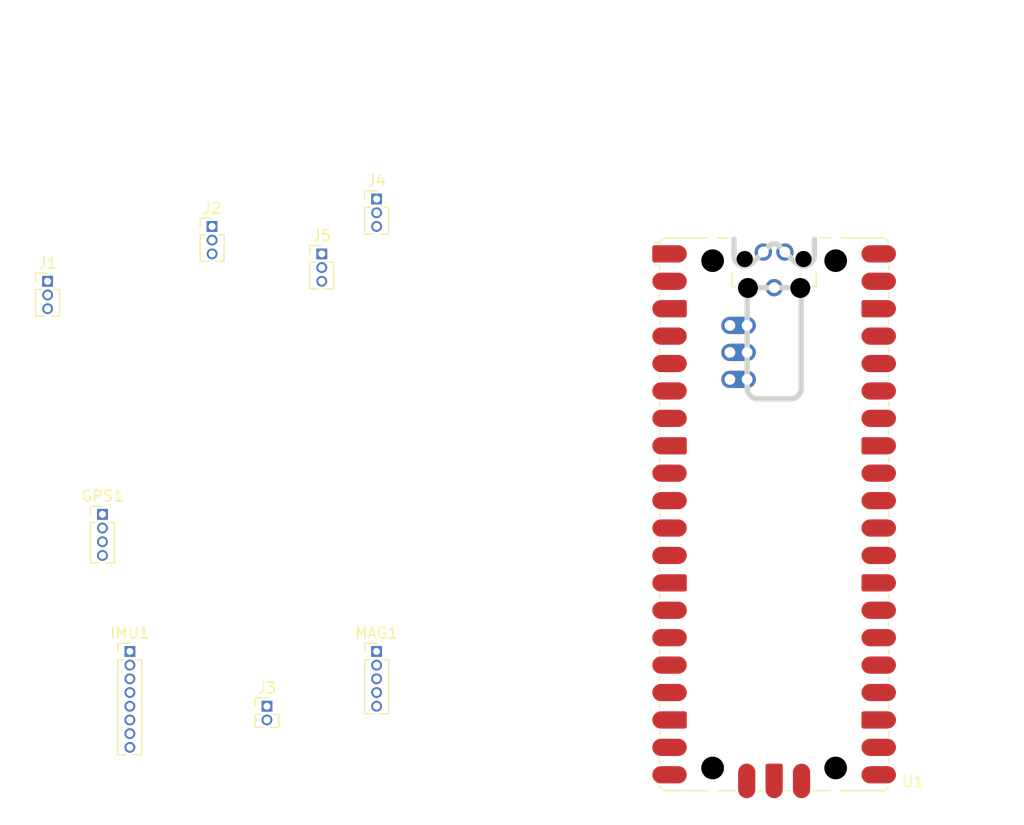
<source format=kicad_pcb>
(kicad_pcb (version 20240108) (generator "pcbnew") (generator_version "8.0")
  (layers (0 "F.Cu" signal) (31 "B.Cu" signal) (34 "B.Paste" user) (35 "F.Paste" user) (36 "B.SilkS" user "B.Silkscreen") (37 "F.SilkS" user "F.Silkscreen") (38 "B.Mask" user) (39 "F.Mask" user) (44 "Edge.Cuts" user))
  (net 0 "")
  (net 1 "GND")
  (net 2 "TOP_MOTOR")
  (net 5 "BOTTOM_MOTOR")
  (net 6 "+3V3")
  (net 7 "GPIO14")
  (net 8 "GPIO15")
  (net 9 "SERVO")
  (net 10 "GPS_TX")
  (net 11 "GPS_RX")
  (net 13 "IMU_SDA")
  (net 17 "IMU_SCL")
  (net 18 "MAG_SCL")
  (net 20 "MAG_SDA")
  (footprint "Connector_PinHeader_1.27mm:PinHeader_1x03_P1.27mm_Vertical" (layer "F.Cu") (at 111.76 71.12)
    (property "Reference" "J1" (at 0 -1.695 0) (layer "F.SilkS"))
    (property "Value" "TOP_MOTOR")
    (fp_line (start -1.11 -0.76) (end 0 -0.76) (stroke (width 0.12)) (layer "F.SilkS"))
    (fp_line (start -1.11 0) (end -1.11 -0.76) (stroke (width 0.12)) (layer "F.SilkS"))
    (fp_line (start -1.11 0.76) (end -1.11 3.235) (stroke (width 0.12)) (layer "F.SilkS"))
    (fp_line (start -1.11 0.76) (end -0.563471 0.76) (stroke (width 0.12)) (layer "F.SilkS"))
    (fp_line (start -1.11 3.235) (end -0.30753 3.235) (stroke (width 0.12)) (layer "F.SilkS"))
    (fp_line (start 0.30753 3.235) (end 1.11 3.235) (stroke (width 0.12)) (layer "F.SilkS"))
    (fp_line (start 0.563471 0.76) (end 1.11 0.76) (stroke (width 0.12)) (layer "F.SilkS"))
    (fp_line (start 1.11 0.76) (end 1.11 3.235) (stroke (width 0.12)) (layer "F.SilkS"))
    (pad "1" thru_hole rect (at 0 0) (size 1 1) (drill 0.65) (layers "*.Cu" "*.Mask") (net 2 "TOP_MOTOR"))
    (pad "2" thru_hole oval (at 0 1.27) (size 1 1) (drill 0.65) (layers "*.Cu" "*.Mask"))
    (pad "3" thru_hole oval (at 0 2.54) (size 1 1) (drill 0.65) (layers "*.Cu" "*.Mask") (net 1 "GND"))
  )
  (footprint "Connector_PinHeader_1.27mm:PinHeader_1x03_P1.27mm_Vertical" (layer "F.Cu") (at 137.16 68.58)
    (property "Reference" "J5" (at 0 -1.695 0) (layer "F.SilkS"))
    (property "Value" "SERVO")
    (fp_line (start -1.11 -0.76) (end 0 -0.76) (stroke (width 0.12)) (layer "F.SilkS"))
    (fp_line (start -1.11 0) (end -1.11 -0.76) (stroke (width 0.12)) (layer "F.SilkS"))
    (fp_line (start -1.11 0.76) (end -1.11 3.235) (stroke (width 0.12)) (layer "F.SilkS"))
    (fp_line (start -1.11 0.76) (end -0.563471 0.76) (stroke (width 0.12)) (layer "F.SilkS"))
    (fp_line (start -1.11 3.235) (end -0.30753 3.235) (stroke (width 0.12)) (layer "F.SilkS"))
    (fp_line (start 0.30753 3.235) (end 1.11 3.235) (stroke (width 0.12)) (layer "F.SilkS"))
    (fp_line (start 0.563471 0.76) (end 1.11 0.76) (stroke (width 0.12)) (layer "F.SilkS"))
    (fp_line (start 1.11 0.76) (end 1.11 3.235) (stroke (width 0.12)) (layer "F.SilkS"))
    (pad "1" thru_hole rect (at 0 0) (size 1 1) (drill 0.65) (layers "*.Cu" "*.Mask") (net 9 "SERVO"))
    (pad "2" thru_hole oval (at 0 1.27) (size 1 1) (drill 0.65) (layers "*.Cu" "*.Mask") (net 6 "+3V3"))
    (pad "3" thru_hole oval (at 0 2.54) (size 1 1) (drill 0.65) (layers "*.Cu" "*.Mask") (net 1 "GND"))
  )
  (footprint "Connector_PinHeader_1.27mm:PinHeader_1x03_P1.27mm_Vertical" (layer "F.Cu") (at 142.24 63.5)
    (property "Reference" "J4" (at 0 -1.695 0) (layer "F.SilkS"))
    (property "Value" "Pi_SERIAL")
    (fp_line (start -1.11 -0.76) (end 0 -0.76) (stroke (width 0.12)) (layer "F.SilkS"))
    (fp_line (start -1.11 0) (end -1.11 -0.76) (stroke (width 0.12)) (layer "F.SilkS"))
    (fp_line (start -1.11 0.76) (end -1.11 3.235) (stroke (width 0.12)) (layer "F.SilkS"))
    (fp_line (start -1.11 0.76) (end -0.563471 0.76) (stroke (width 0.12)) (layer "F.SilkS"))
    (fp_line (start -1.11 3.235) (end -0.30753 3.235) (stroke (width 0.12)) (layer "F.SilkS"))
    (fp_line (start 0.30753 3.235) (end 1.11 3.235) (stroke (width 0.12)) (layer "F.SilkS"))
    (fp_line (start 0.563471 0.76) (end 1.11 0.76) (stroke (width 0.12)) (layer "F.SilkS"))
    (fp_line (start 1.11 0.76) (end 1.11 3.235) (stroke (width 0.12)) (layer "F.SilkS"))
    (pad "1" thru_hole rect (at 0 0) (size 1 1) (drill 0.65) (layers "*.Cu" "*.Mask") (net 7 "GPIO14"))
    (pad "2" thru_hole oval (at 0 1.27) (size 1 1) (drill 0.65) (layers "*.Cu" "*.Mask") (net 8 "GPIO15"))
    (pad "3" thru_hole oval (at 0 2.54) (size 1 1) (drill 0.65) (layers "*.Cu" "*.Mask") (net 1 "GND"))
  )
  (footprint "Connector_PinHeader_1.27mm:PinHeader_1x08_P1.27mm_Vertical" (layer "F.Cu") (at 119.38 105.41)
    (property "Reference" "IMU1" (at 0 -1.695 0) (layer "F.SilkS"))
    (property "Value" "~")
    (fp_line (start -1.11 -0.76) (end 0 -0.76) (stroke (width 0.12)) (layer "F.SilkS"))
    (fp_line (start -1.11 0) (end -1.11 -0.76) (stroke (width 0.12)) (layer "F.SilkS"))
    (fp_line (start -1.11 0.76) (end -1.11 9.585) (stroke (width 0.12)) (layer "F.SilkS"))
    (fp_line (start -1.11 0.76) (end -0.563471 0.76) (stroke (width 0.12)) (layer "F.SilkS"))
    (fp_line (start -1.11 9.585) (end -0.30753 9.585) (stroke (width 0.12)) (layer "F.SilkS"))
    (fp_line (start 0.30753 9.585) (end 1.11 9.585) (stroke (width 0.12)) (layer "F.SilkS"))
    (fp_line (start 0.563471 0.76) (end 1.11 0.76) (stroke (width 0.12)) (layer "F.SilkS"))
    (fp_line (start 1.11 0.76) (end 1.11 9.585) (stroke (width 0.12)) (layer "F.SilkS"))
    (pad "1" thru_hole rect (at 0 0) (size 1 1) (drill 0.65) (layers "*.Cu" "*.Mask") (net 6 "+3V3"))
    (pad "2" thru_hole oval (at 0 1.27) (size 1 1) (drill 0.65) (layers "*.Cu" "*.Mask") (net 1 "GND"))
    (pad "3" thru_hole oval (at 0 2.54) (size 1 1) (drill 0.65) (layers "*.Cu" "*.Mask") (net 17 "IMU_SCL"))
    (pad "4" thru_hole oval (at 0 3.81) (size 1 1) (drill 0.65) (layers "*.Cu" "*.Mask") (net 13 "IMU_SDA"))
    (pad "5" thru_hole oval (at 0 5.08) (size 1 1) (drill 0.65) (layers "*.Cu" "*.Mask"))
    (pad "6" thru_hole oval (at 0 6.35) (size 1 1) (drill 0.65) (layers "*.Cu" "*.Mask"))
    (pad "7" thru_hole oval (at 0 7.62) (size 1 1) (drill 0.65) (layers "*.Cu" "*.Mask"))
    (pad "8" thru_hole oval (at 0 8.89) (size 1 1) (drill 0.65) (layers "*.Cu" "*.Mask"))
  )
  (footprint "Module_RaspberryPi_Pico:RaspberryPi_Pico_Original_SMD_MountingHoles_Castellated_HandSolder" (layer "F.Cu") (at 179.07 92.71)
    (property "Reference" "U1" (at 11.7475 24.765 0) (layer "F.SilkS") (effects (justify left)))
    (property "Value" "RaspberryPi_Pico")
    (fp_line (start -10.61 -23.07) (end -11.09 -23.07) (stroke (width 0.12)) (layer "F.SilkS"))
    (fp_line (start -10.61 -23.07) (end -10.61 -22.65) (stroke (width 0.12)) (layer "F.SilkS"))
    (fp_line (start -10.61 -20.53) (end -10.61 -20.11) (stroke (width 0.12)) (layer "F.SilkS"))
    (fp_line (start -10.61 -17.99) (end -10.61 -17.57) (stroke (width 0.12)) (layer "F.SilkS"))
    (fp_line (start -10.61 -15.45) (end -10.61 -15.03) (stroke (width 0.12)) (layer "F.SilkS"))
    (fp_line (start -10.61 -12.91) (end -10.61 -12.49) (stroke (width 0.12)) (layer "F.SilkS"))
    (fp_line (start -10.61 -10.37) (end -10.61 -9.95) (stroke (width 0.12)) (layer "F.SilkS"))
    (fp_line (start -10.61 -7.83) (end -10.61 -7.41) (stroke (width 0.12)) (layer "F.SilkS"))
    (fp_line (start -10.61 -5.29) (end -10.61 -4.87) (stroke (width 0.12)) (layer "F.SilkS"))
    (fp_line (start -10.61 -2.75) (end -10.61 -2.33) (stroke (width 0.12)) (layer "F.SilkS"))
    (fp_line (start -10.61 -0.21) (end -10.61 0.21) (stroke (width 0.12)) (layer "F.SilkS"))
    (fp_line (start -10.61 2.33) (end -10.61 2.75) (stroke (width 0.12)) (layer "F.SilkS"))
    (fp_line (start -10.61 4.87) (end -10.61 5.29) (stroke (width 0.12)) (layer "F.SilkS"))
    (fp_line (start -10.61 7.41) (end -10.61 7.83) (stroke (width 0.12)) (layer "F.SilkS"))
    (fp_line (start -10.61 9.95) (end -10.61 10.37) (stroke (width 0.12)) (layer "F.SilkS"))
    (fp_line (start -10.61 12.49) (end -10.61 12.91) (stroke (width 0.12)) (layer "F.SilkS"))
    (fp_line (start -10.61 15.03) (end -10.61 15.45) (stroke (width 0.12)) (layer "F.SilkS"))
    (fp_line (start -10.61 17.57) (end -10.61 17.99) (stroke (width 0.12)) (layer "F.SilkS"))
    (fp_line (start -10.61 20.11) (end -10.61 20.53) (stroke (width 0.12)) (layer "F.SilkS"))
    (fp_line (start -10.61 22.65) (end -10.61 23.07) (stroke (width 0.12)) (layer "F.SilkS"))
    (fp_line (start -10.579676 -25.189937) (end -11.09 -25.19) (stroke (width 0.12)) (layer "F.SilkS"))
    (fp_line (start -10 -25.61) (end -7.51 -25.61) (stroke (width 0.12)) (layer "F.SilkS"))
    (fp_line (start -10 25.61) (end -6.162061 25.61) (stroke (width 0.12)) (layer "F.SilkS"))
    (fp_line (start -7.51 -25.61) (end -6.16206 -25.61) (stroke (width 0.12)) (layer "F.SilkS"))
    (fp_line (start -5.237939 -25.61) (end -4.235 -25.61) (stroke (width 0.12)) (layer "F.SilkS"))
    (fp_line (start -3.9 -22.306) (end -3.9 -21.09) (stroke (width 0.12)) (layer "F.SilkS"))
    (fp_line (start -3.9 -21.09) (end -3.60391 -21.09) (stroke (width 0.12)) (layer "F.SilkS"))
    (fp_line (start -3.6 25.61) (end -5.237939 25.61) (stroke (width 0.12)) (layer "F.SilkS"))
    (fp_line (start -1.48 25.61) (end -1.06 25.61) (stroke (width 0.12)) (layer "F.SilkS"))
    (fp_line (start 1.06 25.61) (end 1.48 25.61) (stroke (width 0.12)) (layer "F.SilkS"))
    (fp_line (start 3.60391 -21.09) (end 3.9 -21.09) (stroke (width 0.12)) (layer "F.SilkS"))
    (fp_line (start 3.9 -22.306) (end 3.9 -21.09) (stroke (width 0.12)) (layer "F.SilkS"))
    (fp_line (start 4.235 -25.61) (end 5.237939 -25.61) (stroke (width 0.12)) (layer "F.SilkS"))
    (fp_line (start 5.237939 25.61) (end 3.6 25.61) (stroke (width 0.12)) (layer "F.SilkS"))
    (fp_line (start 6.162061 -25.61) (end 7.51 -25.61) (stroke (width 0.12)) (layer "F.SilkS"))
    (fp_line (start 6.162061 25.61) (end 10 25.61) (stroke (width 0.12)) (layer "F.SilkS"))
    (fp_line (start 10 -25.61) (end 7.51 -25.61) (stroke (width 0.12)) (layer "F.SilkS"))
    (fp_line (start 10.61 -23.07) (end 10.61 -22.65) (stroke (width 0.12)) (layer "F.SilkS"))
    (fp_line (start 10.61 -20.53) (end 10.61 -20.11) (stroke (width 0.12)) (layer "F.SilkS"))
    (fp_line (start 10.61 -17.99) (end 10.61 -17.57) (stroke (width 0.12)) (layer "F.SilkS"))
    (fp_line (start 10.61 -15.45) (end 10.61 -15.03) (stroke (width 0.12)) (layer "F.SilkS"))
    (fp_line (start 10.61 -12.91) (end 10.61 -12.49) (stroke (width 0.12)) (layer "F.SilkS"))
    (fp_line (start 10.61 -10.37) (end 10.61 -9.95) (stroke (width 0.12)) (layer "F.SilkS"))
    (fp_line (start 10.61 -7.83) (end 10.61 -7.41) (stroke (width 0.12)) (layer "F.SilkS"))
    (fp_line (start 10.61 -5.29) (end 10.61 -4.87) (stroke (width 0.12)) (layer "F.SilkS"))
    (fp_line (start 10.61 -2.75) (end 10.61 -2.33) (stroke (width 0.12)) (layer "F.SilkS"))
    (fp_line (start 10.61 -0.21) (end 10.61 0.21) (stroke (width 0.12)) (layer "F.SilkS"))
    (fp_line (start 10.61 2.33) (end 10.61 2.75) (stroke (width 0.12)) (layer "F.SilkS"))
    (fp_line (start 10.61 4.87) (end 10.61 5.29) (stroke (width 0.12)) (layer "F.SilkS"))
    (fp_line (start 10.61 7.41) (end 10.61 7.83) (stroke (width 0.12)) (layer "F.SilkS"))
    (fp_line (start 10.61 9.95) (end 10.61 10.37) (stroke (width 0.12)) (layer "F.SilkS"))
    (fp_line (start 10.61 12.49) (end 10.61 12.91) (stroke (width 0.12)) (layer "F.SilkS"))
    (fp_line (start 10.61 15.03) (end 10.61 15.45) (stroke (width 0.12)) (layer "F.SilkS"))
    (fp_line (start 10.61 17.57) (end 10.61 17.99) (stroke (width 0.12)) (layer "F.SilkS"))
    (fp_line (start 10.61 20.11) (end 10.61 20.53) (stroke (width 0.12)) (layer "F.SilkS"))
    (fp_line (start 10.61 22.65) (end 10.61 23.07) (stroke (width 0.12)) (layer "F.SilkS"))
    (fp_arc (start -10.579676 -25.189937) (mid -10.357938 -25.493944) (end -10 -25.61) (stroke (width 0.12)) (layer "F.SilkS"))
    (fp_arc (start -10 25.61) (mid -10.357937 25.493944) (end -10.579676 25.189937) (stroke (width 0.12)) (layer "F.SilkS"))
    (fp_arc (start 10 -25.61) (mid 10.357937 -25.493944) (end 10.579676 -25.189937) (stroke (width 0.12)) (layer "F.SilkS"))
    (fp_arc (start 10.579676 25.189937) (mid 10.35796 25.493961) (end 10 25.61) (stroke (width 0.12)) (layer "F.SilkS"))
    (fp_line (start -3.725 -23.989213) (end -3.725 -25.5) (stroke (width 0.5)) (layer "Edge.Cuts"))
    (fp_line (start -2.5 -20) (end -2.5 -11.7) (stroke (width 0.5)) (layer "Edge.Cuts"))
    (fp_line (start -2.017893 -23.282106) (end -0.257537 -25.042462) (stroke (width 0.5)) (layer "Edge.Cuts"))
    (fp_line (start 0.257537 -25.042462) (end -0.257537 -25.042462) (stroke (width 0.5)) (layer "Edge.Cuts"))
    (fp_line (start 1.5 -21) (end -1.5 -21) (stroke (width 0.5)) (layer "Edge.Cuts"))
    (fp_line (start 1.5 -10.7) (end -1.5 -10.7) (stroke (width 0.5)) (layer "Edge.Cuts"))
    (fp_line (start 2.017893 -23.282106) (end 0.257537 -25.042462) (stroke (width 0.5)) (layer "Edge.Cuts"))
    (fp_line (start 2.5 -11.7) (end 2.5 -20) (stroke (width 0.5)) (layer "Edge.Cuts"))
    (fp_line (start 3.725 -23.989213) (end 3.725 -25.5) (stroke (width 0.5)) (layer "Edge.Cuts"))
    (fp_arc (start -2.5 -20) (mid -2.207118 -20.707118) (end -1.5 -21) (stroke (width 0.5)) (layer "Edge.Cuts"))
    (fp_arc (start -2.017893 -23.282106) (mid -3.107711 -23.065266) (end -3.725 -23.989213) (stroke (width 0.5)) (layer "Edge.Cuts"))
    (fp_arc (start -1.5 -10.7) (mid -2.20711 -10.99289) (end -2.5 -11.7) (stroke (width 0.5)) (layer "Edge.Cuts"))
    (fp_arc (start 1.5 -21) (mid 2.207107 -20.707107) (end 2.5 -20) (stroke (width 0.5)) (layer "Edge.Cuts"))
    (fp_arc (start 2.5 -11.7) (mid 2.207095 -10.992905) (end 1.5 -10.7) (stroke (width 0.5)) (layer "Edge.Cuts"))
    (fp_arc (start 3.725 -23.989213) (mid 3.107701 -23.065291) (end 2.017893 -23.282106) (stroke (width 0.5)) (layer "Edge.Cuts"))
    (pad "" np_thru_hole circle (at -5.7 -23.5) (size 3.8 3.8) (drill 2.1) (layers "*.Mask") (clearance 1.05))
    (pad "" np_thru_hole circle (at -5.7 23.5) (size 3.8 3.8) (drill 2.1) (layers "*.Mask") (clearance 1.05))
    (pad "" np_thru_hole circle (at -2.725 -23.65) (size 1.5 1.5) (drill 1.5) (layers "*.Mask"))
    (pad "" np_thru_hole circle (at -2.425 -20.97) (size 1.85 1.85) (drill 1.85) (layers "*.Mask"))
    (pad "" np_thru_hole circle (at 2.425 -20.97) (size 1.85 1.85) (drill 1.85) (layers "*.Mask"))
    (pad "" np_thru_hole circle (at 2.725 -23.65) (size 1.5 1.5) (drill 1.5) (layers "*.Mask"))
    (pad "" np_thru_hole circle (at 5.7 -23.5) (size 3.8 3.8) (drill 2.1) (layers "*.Mask") (clearance 1.05))
    (pad "" np_thru_hole circle (at 5.7 23.5) (size 3.8 3.8) (drill 2.1) (layers "*.Mask") (clearance 1.05))
    (pad "1" smd custom (at -8.89 -24.13) (size 1.6 1.6) (layers "F.Cu" "F.Paste" "F.Mask") (net 7 "GPIO14") (options (clearance outline) (anchor circle)) (primitives (gr_poly (pts (xy -2.4 0.6) (xy -2.4 -0.6) (xy -2.2 -0.8) (xy 0 -0.8) (xy 0 0.8) (xy -2.2 0.8)) (width 0) (fill yes)) (gr_circle (center -2.2 0.6) (end -2 0.6) (width 0) (fill yes)) (gr_circle (center -2.2 -0.6) (end -2 -0.6) (width 0) (fill yes))))
    (pad "2" smd roundrect (at -8.89 -21.59) (size 3.2 1.6) (drill (offset -0.8 0)) (layers "F.Cu" "F.Paste" "F.Mask") (roundrect_rratio 0.5) (net 8 "GPIO15"))
    (pad "3" smd custom (at -8.89 -19.05) (size 1.6 1.6) (layers "F.Cu" "F.Paste" "F.Mask") (net 1 "GND") (options (clearance outline) (anchor circle)) (primitives (gr_poly (pts (xy 0.8 -0.6) (xy 0.8 0.6) (xy 0.6 0.8) (xy -1.6 0.8) (xy -1.6 -0.8) (xy 0.6 -0.8)) (width 0) (fill yes)) (gr_circle (center 0.6 0.6) (end 0.8 0.6) (width 0) (fill yes)) (gr_circle (center 0.6 -0.6) (end 0.8 -0.6) (width 0) (fill yes)) (gr_circle (center -1.6 0) (end -0.8 0) (width 0) (fill yes))))
    (pad "4" smd roundrect (at -8.89 -16.51) (size 3.2 1.6) (drill (offset -0.8 0)) (layers "F.Cu" "F.Paste" "F.Mask") (roundrect_rratio 0.5))
    (pad "5" smd roundrect (at -8.89 -13.97) (size 3.2 1.6) (drill (offset -0.8 0)) (layers "F.Cu" "F.Paste" "F.Mask") (roundrect_rratio 0.5))
    (pad "6" smd roundrect (at -8.89 -11.43) (size 3.2 1.6) (drill (offset -0.8 0)) (layers "F.Cu" "F.Paste" "F.Mask") (roundrect_rratio 0.5) (net 10 "GPS_TX"))
    (pad "7" smd roundrect (at -8.89 -8.89) (size 3.2 1.6) (drill (offset -0.8 0)) (layers "F.Cu" "F.Paste" "F.Mask") (roundrect_rratio 0.5) (net 11 "GPS_RX"))
    (pad "8" smd custom (at -8.89 -6.35) (size 1.6 1.6) (layers "F.Cu" "F.Paste" "F.Mask") (net 1 "GND") (options (clearance outline) (anchor circle)) (primitives (gr_poly (pts (xy 0.8 -0.6) (xy 0.8 0.6) (xy 0.6 0.8) (xy -1.6 0.8) (xy -1.6 -0.8) (xy 0.6 -0.8)) (width 0) (fill yes)) (gr_circle (center 0.6 0.6) (end 0.8 0.6) (width 0) (fill yes)) (gr_circle (center 0.6 -0.6) (end 0.8 -0.6) (width 0) (fill yes)) (gr_circle (center -1.6 0) (end -0.8 0) (width 0) (fill yes))))
    (pad "9" smd roundrect (at -8.89 -3.81) (size 3.2 1.6) (drill (offset -0.8 0)) (layers "F.Cu" "F.Paste" "F.Mask") (roundrect_rratio 0.5))
    (pad "10" smd roundrect (at -8.89 -1.27) (size 3.2 1.6) (drill (offset -0.8 0)) (layers "F.Cu" "F.Paste" "F.Mask") (roundrect_rratio 0.5))
    (pad "11" smd roundrect (at -8.89 1.27) (size 3.2 1.6) (drill (offset -0.8 0)) (layers "F.Cu" "F.Paste" "F.Mask") (roundrect_rratio 0.5))
    (pad "12" smd roundrect (at -8.89 3.81) (size 3.2 1.6) (drill (offset -0.8 0)) (layers "F.Cu" "F.Paste" "F.Mask") (roundrect_rratio 0.5))
    (pad "13" smd custom (at -8.89 6.35) (size 1.6 1.6) (layers "F.Cu" "F.Paste" "F.Mask") (net 1 "GND") (options (clearance outline) (anchor circle)) (primitives (gr_poly (pts (xy 0.8 -0.6) (xy 0.8 0.6) (xy 0.6 0.8) (xy -1.6 0.8) (xy -1.6 -0.8) (xy 0.6 -0.8)) (width 0) (fill yes)) (gr_circle (center 0.6 0.6) (end 0.8 0.6) (width 0) (fill yes)) (gr_circle (center 0.6 -0.6) (end 0.8 -0.6) (width 0) (fill yes)) (gr_circle (center -1.6 0) (end -0.8 0) (width 0) (fill yes))))
    (pad "14" smd roundrect (at -8.89 8.89) (size 3.2 1.6) (drill (offset -0.8 0)) (layers "F.Cu" "F.Paste" "F.Mask") (roundrect_rratio 0.5))
    (pad "15" smd roundrect (at -8.89 11.43) (size 3.2 1.6) (drill (offset -0.8 0)) (layers "F.Cu" "F.Paste" "F.Mask") (roundrect_rratio 0.5))
    (pad "16" smd roundrect (at -8.89 13.97) (size 3.2 1.6) (drill (offset -0.8 0)) (layers "F.Cu" "F.Paste" "F.Mask") (roundrect_rratio 0.5))
    (pad "17" smd roundrect (at -8.89 16.51) (size 3.2 1.6) (drill (offset -0.8 0)) (layers "F.Cu" "F.Paste" "F.Mask") (roundrect_rratio 0.5) (net 9 "SERVO"))
    (pad "18" smd custom (at -8.89 19.05) (size 1.6 1.6) (layers "F.Cu" "F.Paste" "F.Mask") (net 1 "GND") (options (clearance outline) (anchor circle)) (primitives (gr_poly (pts (xy 0.8 -0.6) (xy 0.8 0.6) (xy 0.6 0.8) (xy -1.6 0.8) (xy -1.6 -0.8) (xy 0.6 -0.8)) (width 0) (fill yes)) (gr_circle (center 0.6 0.6) (end 0.8 0.6) (width 0) (fill yes)) (gr_circle (center 0.6 -0.6) (end 0.8 -0.6) (width 0) (fill yes)) (gr_circle (center -1.6 0) (end -0.8 0) (width 0) (fill yes))))
    (pad "19" smd roundrect (at -8.89 21.59) (size 3.2 1.6) (drill (offset -0.8 0)) (layers "F.Cu" "F.Paste" "F.Mask") (roundrect_rratio 0.5) (net 5 "BOTTOM_MOTOR"))
    (pad "20" smd roundrect (at -8.89 24.13) (size 3.2 1.6) (drill (offset -0.8 0)) (layers "F.Cu" "F.Paste" "F.Mask") (roundrect_rratio 0.5) (net 2 "TOP_MOTOR"))
    (pad "21" smd roundrect (at 8.89 24.13) (size 3.2 1.6) (drill (offset 0.8 0)) (layers "F.Cu" "F.Paste" "F.Mask") (roundrect_rratio 0.5) (net 13 "IMU_SDA"))
    (pad "22" smd roundrect (at 8.89 21.59) (size 3.2 1.6) (drill (offset 0.8 0)) (layers "F.Cu" "F.Paste" "F.Mask") (roundrect_rratio 0.5) (net 17 "IMU_SCL"))
    (pad "23" smd custom (at 8.89 19.05) (size 1.6 1.6) (layers "F.Cu" "F.Paste" "F.Mask") (net 1 "GND") (options (clearance outline) (anchor circle)) (primitives (gr_poly (pts (xy -0.8 -0.6) (xy -0.8 0.6) (xy -0.6 0.8) (xy 1.6 0.8) (xy 1.6 -0.8) (xy -0.6 -0.8)) (width 0) (fill yes)) (gr_circle (center -0.6 0.6) (end -0.4 0.6) (width 0) (fill yes)) (gr_circle (center -0.6 -0.6) (end -0.4 -0.6) (width 0) (fill yes)) (gr_circle (center 1.6 0) (end 2.4 0) (width 0) (fill yes))))
    (pad "24" smd roundrect (at 8.89 16.51) (size 3.2 1.6) (drill (offset 0.8 0)) (layers "F.Cu" "F.Paste" "F.Mask") (roundrect_rratio 0.5))
    (pad "25" smd roundrect (at 8.89 13.97) (size 3.2 1.6) (drill (offset 0.8 0)) (layers "F.Cu" "F.Paste" "F.Mask") (roundrect_rratio 0.5))
    (pad "26" smd roundrect (at 8.89 11.43) (size 3.2 1.6) (drill (offset 0.8 0)) (layers "F.Cu" "F.Paste" "F.Mask") (roundrect_rratio 0.5))
    (pad "27" smd roundrect (at 8.89 8.89) (size 3.2 1.6) (drill (offset 0.8 0)) (layers "F.Cu" "F.Paste" "F.Mask") (roundrect_rratio 0.5))
    (pad "28" smd custom (at 8.89 6.35) (size 1.6 1.6) (layers "F.Cu" "F.Paste" "F.Mask") (net 1 "GND") (options (clearance outline) (anchor circle)) (primitives (gr_poly (pts (xy -0.8 -0.6) (xy -0.8 0.6) (xy -0.6 0.8) (xy 1.6 0.8) (xy 1.6 -0.8) (xy -0.6 -0.8)) (width 0) (fill yes)) (gr_circle (center -0.6 0.6) (end -0.4 0.6) (width 0) (fill yes)) (gr_circle (center -0.6 -0.6) (end -0.4 -0.6) (width 0) (fill yes)) (gr_circle (center 1.6 0) (end 2.4 0) (width 0) (fill yes))))
    (pad "29" smd roundrect (at 8.89 3.81) (size 3.2 1.6) (drill (offset 0.8 0)) (layers "F.Cu" "F.Paste" "F.Mask") (roundrect_rratio 0.5))
    (pad "30" smd roundrect (at 8.89 1.27) (size 3.2 1.6) (drill (offset 0.8 0)) (layers "F.Cu" "F.Paste" "F.Mask") (roundrect_rratio 0.5))
    (pad "31" smd roundrect (at 8.89 -1.27) (size 3.2 1.6) (drill (offset 0.8 0)) (layers "F.Cu" "F.Paste" "F.Mask") (roundrect_rratio 0.5) (net 20 "MAG_SDA"))
    (pad "32" smd roundrect (at 8.89 -3.81) (size 3.2 1.6) (drill (offset 0.8 0)) (layers "F.Cu" "F.Paste" "F.Mask") (roundrect_rratio 0.5) (net 18 "MAG_SCL"))
    (pad "33" smd custom (at 8.89 -6.35) (size 1.6 1.6) (layers "F.Cu" "F.Paste" "F.Mask") (options (clearance outline) (anchor circle)) (primitives (gr_poly (pts (xy -0.8 -0.6) (xy -0.8 0.6) (xy -0.6 0.8) (xy 1.6 0.8) (xy 1.6 -0.8) (xy -0.6 -0.8)) (width 0) (fill yes)) (gr_circle (center -0.6 0.6) (end -0.4 0.6) (width 0) (fill yes)) (gr_circle (center -0.6 -0.6) (end -0.4 -0.6) (width 0) (fill yes)) (gr_circle (center 1.6 0) (end 2.4 0) (width 0) (fill yes))))
    (pad "34" smd roundrect (at 8.89 -8.89) (size 3.2 1.6) (drill (offset 0.8 0)) (layers "F.Cu" "F.Paste" "F.Mask") (roundrect_rratio 0.5))
    (pad "35" smd roundrect (at 8.89 -11.43) (size 3.2 1.6) (drill (offset 0.8 0)) (layers "F.Cu" "F.Paste" "F.Mask") (roundrect_rratio 0.5))
    (pad "36" smd roundrect (at 8.89 -13.97) (size 3.2 1.6) (drill (offset 0.8 0)) (layers "F.Cu" "F.Paste" "F.Mask") (roundrect_rratio 0.5) (net 6 "+3V3"))
    (pad "37" smd roundrect (at 8.89 -16.51) (size 3.2 1.6) (drill (offset 0.8 0)) (layers "F.Cu" "F.Paste" "F.Mask") (roundrect_rratio 0.5))
    (pad "38" smd custom (at 8.89 -19.05) (size 1.6 1.6) (layers "F.Cu" "F.Paste" "F.Mask") (net 1 "GND") (options (clearance outline) (anchor circle)) (primitives (gr_poly (pts (xy -0.8 -0.6) (xy -0.8 0.6) (xy -0.6 0.8) (xy 1.6 0.8) (xy 1.6 -0.8) (xy -0.6 -0.8)) (width 0) (fill yes)) (gr_circle (center -0.6 0.6) (end -0.4 0.6) (width 0) (fill yes)) (gr_circle (center -0.6 -0.6) (end -0.4 -0.6) (width 0) (fill yes)) (gr_circle (center 1.6 0) (end 2.4 0) (width 0) (fill yes))))
    (pad "39" smd roundrect (at 8.89 -21.59) (size 3.2 1.6) (drill (offset 0.8 0)) (layers "F.Cu" "F.Paste" "F.Mask") (roundrect_rratio 0.5))
    (pad "40" smd roundrect (at 8.89 -24.13) (size 3.2 1.6) (drill (offset 0.8 0)) (layers "F.Cu" "F.Paste" "F.Mask") (roundrect_rratio 0.5))
    (pad "D1" smd roundrect (at -2.54 23.9 90) (size 3.2 1.6) (drill (offset -0.8 0)) (layers "F.Cu" "F.Paste" "F.Mask") (roundrect_rratio 0.5))
    (pad "D2" smd custom (at 0 23.9 270) (size 1.6 1.6) (layers "F.Cu" "F.Paste" "F.Mask") (options (clearance outline) (anchor circle)) (primitives (gr_poly (pts (xy -0.8 -0.6) (xy -0.8 0.6) (xy -0.6 0.8) (xy 1.6 0.8) (xy 1.6 -0.8) (xy -0.6 -0.8)) (width 0) (fill yes)) (gr_circle (center -0.6 0.6) (end -0.4 0.6) (width 0) (fill yes)) (gr_circle (center -0.6 -0.6) (end -0.4 -0.6) (width 0) (fill yes)) (gr_circle (center 1.6 0) (end 2.4 0) (width 0) (fill yes))))
    (pad "D3" smd roundrect (at 2.54 23.9 90) (size 3.2 1.6) (drill (offset -0.8 0)) (layers "F.Cu" "F.Paste" "F.Mask") (roundrect_rratio 0.5))
    (pad "TP1" thru_hole circle (at 0 -21) (size 1.6 1.6) (drill 1) (property pad_prop_castellated) (layers "*.Mask" "F.Cu" "In1.Cu" "B.Cu"))
    (pad "TP2" thru_hole circle (at 1 -24.3) (size 1.6 1.6) (drill 1) (property pad_prop_castellated) (layers "*.Cu" "*.Mask"))
    (pad "TP3" thru_hole circle (at -1 -24.3) (size 1.6 1.6) (drill 1) (property pad_prop_castellated) (layers "*.Cu" "*.Mask"))
    (pad "TP4" thru_hole roundrect (at -4.1 -17.5) (size 3.2 1.6) (drill 1 (offset 0.8 0)) (property pad_prop_castellated) (layers "*.Mask" "F.Cu" "In1.Cu" "B.Cu") (roundrect_rratio 0.5))
    (pad "TP4" thru_hole circle (at -2.5 -17.5) (size 1.6 1.6) (drill 1) (property pad_prop_castellated) (layers "*.Mask" "F.Cu" "In1.Cu" "B.Cu"))
    (pad "TP5" thru_hole roundrect (at -4.1 -15) (size 3.2 1.6) (drill 1 (offset 0.8 0)) (property pad_prop_castellated) (layers "*.Mask" "F.Cu" "In1.Cu" "B.Cu") (roundrect_rratio 0.5))
    (pad "TP5" thru_hole circle (at -2.5 -15) (size 1.6 1.6) (drill 1) (property pad_prop_castellated) (layers "*.Mask" "F.Cu" "In1.Cu" "B.Cu"))
    (pad "TP6" thru_hole roundrect (at -4.1 -12.5) (size 3.2 1.6) (drill 1 (offset 0.8 0)) (property pad_prop_castellated) (layers "*.Mask" "F.Cu" "In1.Cu" "B.Cu") (roundrect_rratio 0.5))
    (pad "TP6" thru_hole circle (at -2.5 -12.5) (size 1.6 1.6) (drill 1) (property pad_prop_castellated) (layers "*.Mask" "F.Cu" "In1.Cu" "B.Cu"))
  )
  (footprint "Connector_PinHeader_1.27mm:PinHeader_1x03_P1.27mm_Vertical" (layer "F.Cu") (at 127 66.04)
    (property "Reference" "J2" (at 0 -1.695 0) (layer "F.SilkS"))
    (property "Value" "BOTTOM_MOTOR")
    (fp_line (start -1.11 -0.76) (end 0 -0.76) (stroke (width 0.12)) (layer "F.SilkS"))
    (fp_line (start -1.11 0) (end -1.11 -0.76) (stroke (width 0.12)) (layer "F.SilkS"))
    (fp_line (start -1.11 0.76) (end -1.11 3.235) (stroke (width 0.12)) (layer "F.SilkS"))
    (fp_line (start -1.11 0.76) (end -0.563471 0.76) (stroke (width 0.12)) (layer "F.SilkS"))
    (fp_line (start -1.11 3.235) (end -0.30753 3.235) (stroke (width 0.12)) (layer "F.SilkS"))
    (fp_line (start 0.30753 3.235) (end 1.11 3.235) (stroke (width 0.12)) (layer "F.SilkS"))
    (fp_line (start 0.563471 0.76) (end 1.11 0.76) (stroke (width 0.12)) (layer "F.SilkS"))
    (fp_line (start 1.11 0.76) (end 1.11 3.235) (stroke (width 0.12)) (layer "F.SilkS"))
    (pad "1" thru_hole rect (at 0 0) (size 1 1) (drill 0.65) (layers "*.Cu" "*.Mask") (net 5 "BOTTOM_MOTOR"))
    (pad "2" thru_hole oval (at 0 1.27) (size 1 1) (drill 0.65) (layers "*.Cu" "*.Mask"))
    (pad "3" thru_hole oval (at 0 2.54) (size 1 1) (drill 0.65) (layers "*.Cu" "*.Mask") (net 1 "GND"))
  )
  (footprint "Connector_PinHeader_1.27mm:PinHeader_1x04_P1.27mm_Vertical" (layer "F.Cu") (at 116.84 92.71)
    (property "Reference" "GPS1" (at 0 -1.695 0) (layer "F.SilkS"))
    (property "Value" "~")
    (fp_line (start -1.11 -0.76) (end 0 -0.76) (stroke (width 0.12)) (layer "F.SilkS"))
    (fp_line (start -1.11 0) (end -1.11 -0.76) (stroke (width 0.12)) (layer "F.SilkS"))
    (fp_line (start -1.11 0.76) (end -1.11 4.505) (stroke (width 0.12)) (layer "F.SilkS"))
    (fp_line (start -1.11 0.76) (end -0.563471 0.76) (stroke (width 0.12)) (layer "F.SilkS"))
    (fp_line (start -1.11 4.505) (end -0.30753 4.505) (stroke (width 0.12)) (layer "F.SilkS"))
    (fp_line (start 0.30753 4.505) (end 1.11 4.505) (stroke (width 0.12)) (layer "F.SilkS"))
    (fp_line (start 0.563471 0.76) (end 1.11 0.76) (stroke (width 0.12)) (layer "F.SilkS"))
    (fp_line (start 1.11 0.76) (end 1.11 4.505) (stroke (width 0.12)) (layer "F.SilkS"))
    (pad "1" thru_hole rect (at 0 0) (size 1 1) (drill 0.65) (layers "*.Cu" "*.Mask") (net 6 "+3V3"))
    (pad "2" thru_hole oval (at 0 1.27) (size 1 1) (drill 0.65) (layers "*.Cu" "*.Mask") (net 11 "GPS_RX"))
    (pad "3" thru_hole oval (at 0 2.54) (size 1 1) (drill 0.65) (layers "*.Cu" "*.Mask") (net 10 "GPS_TX"))
    (pad "4" thru_hole oval (at 0 3.81) (size 1 1) (drill 0.65) (layers "*.Cu" "*.Mask") (net 1 "GND"))
  )
  (footprint "Connector_PinHeader_1.27mm:PinHeader_1x02_P1.27mm_Vertical" (layer "F.Cu") (at 132.08 110.49)
    (property "Reference" "J3" (at 0 -1.695 0) (layer "F.SilkS"))
    (property "Value" "3V3_IN")
    (fp_line (start -1.11 -0.76) (end 0 -0.76) (stroke (width 0.12)) (layer "F.SilkS"))
    (fp_line (start -1.11 0) (end -1.11 -0.76) (stroke (width 0.12)) (layer "F.SilkS"))
    (fp_line (start -1.11 0.76) (end -1.11 1.965) (stroke (width 0.12)) (layer "F.SilkS"))
    (fp_line (start -1.11 0.76) (end -0.563471 0.76) (stroke (width 0.12)) (layer "F.SilkS"))
    (fp_line (start -1.11 1.965) (end -0.30753 1.965) (stroke (width 0.12)) (layer "F.SilkS"))
    (fp_line (start 0.30753 1.965) (end 1.11 1.965) (stroke (width 0.12)) (layer "F.SilkS"))
    (fp_line (start 0.563471 0.76) (end 1.11 0.76) (stroke (width 0.12)) (layer "F.SilkS"))
    (fp_line (start 1.11 0.76) (end 1.11 1.965) (stroke (width 0.12)) (layer "F.SilkS"))
    (pad "1" thru_hole rect (at 0 0) (size 1 1) (drill 0.65) (layers "*.Cu" "*.Mask") (net 6 "+3V3"))
    (pad "2" thru_hole oval (at 0 1.27) (size 1 1) (drill 0.65) (layers "*.Cu" "*.Mask") (net 1 "GND"))
  )
  (footprint "Connector_PinHeader_1.27mm:PinHeader_1x05_P1.27mm_Vertical" (layer "F.Cu") (at 142.24 105.41)
    (property "Reference" "MAG1" (at 0 -1.695 0) (layer "F.SilkS"))
    (property "Value" "~")
    (fp_line (start -1.11 -0.76) (end 0 -0.76) (stroke (width 0.12)) (layer "F.SilkS"))
    (fp_line (start -1.11 0) (end -1.11 -0.76) (stroke (width 0.12)) (layer "F.SilkS"))
    (fp_line (start -1.11 0.76) (end -1.11 5.775) (stroke (width 0.12)) (layer "F.SilkS"))
    (fp_line (start -1.11 0.76) (end -0.563471 0.76) (stroke (width 0.12)) (layer "F.SilkS"))
    (fp_line (start -1.11 5.775) (end -0.30753 5.775) (stroke (width 0.12)) (layer "F.SilkS"))
    (fp_line (start 0.30753 5.775) (end 1.11 5.775) (stroke (width 0.12)) (layer "F.SilkS"))
    (fp_line (start 0.563471 0.76) (end 1.11 0.76) (stroke (width 0.12)) (layer "F.SilkS"))
    (fp_line (start 1.11 0.76) (end 1.11 5.775) (stroke (width 0.12)) (layer "F.SilkS"))
    (pad "1" thru_hole rect (at 0 0) (size 1 1) (drill 0.65) (layers "*.Cu" "*.Mask") (net 6 "+3V3"))
    (pad "2" thru_hole oval (at 0 1.27) (size 1 1) (drill 0.65) (layers "*.Cu" "*.Mask") (net 1 "GND"))
    (pad "3" thru_hole oval (at 0 2.54) (size 1 1) (drill 0.65) (layers "*.Cu" "*.Mask") (net 18 "MAG_SCL"))
    (pad "4" thru_hole oval (at 0 3.81) (size 1 1) (drill 0.65) (layers "*.Cu" "*.Mask") (net 20 "MAG_SDA"))
    (pad "5" thru_hole oval (at 0 5.08) (size 1 1) (drill 0.65) (layers "*.Cu" "*.Mask"))
  )
)
</source>
